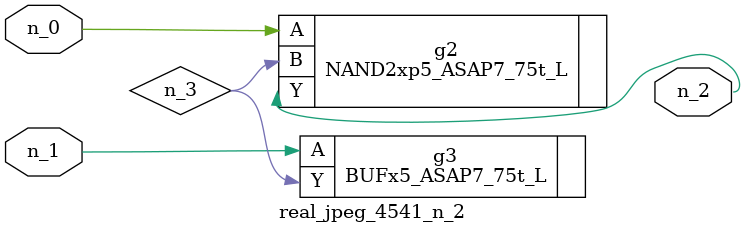
<source format=v>
module real_jpeg_4541_n_2 (n_1, n_0, n_2);

input n_1;
input n_0;

output n_2;

wire n_3;

NAND2xp5_ASAP7_75t_L g2 ( 
.A(n_0),
.B(n_3),
.Y(n_2)
);

BUFx5_ASAP7_75t_L g3 ( 
.A(n_1),
.Y(n_3)
);


endmodule
</source>
